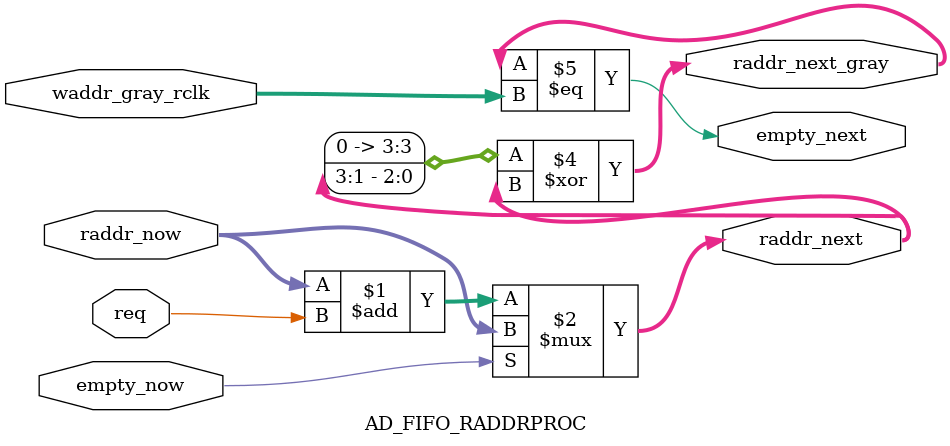
<source format=v>
module AD_FIFO
#(
   parameter DSIZE = 10,
	parameter ASIZE = 4
)    
(
    input wclk,rclk,rst,
    input rreq,wreq,    
    input [DSIZE-1:0] wdata,   
    output reg [MDSIZE-1:0] rdata,
    output reg empty
);
	localparam MDSIZE = DSIZE*2;
	localparam RAMDEPTH = 1 << ASIZE;
	
	wire [ASIZE:0] raddr_next, waddr_next;
	wire [ASIZE:0] raddr_next_gray, waddr_next_gray;
	wire full_next,empty_next;
	
	reg [ASIZE:0] raddr,waddr,full;
	reg [ASIZE:0] raddr_gray,waddr_gray;
	reg [ASIZE:0] _raddr_gray_wclk, _waddr_gray_rclk;
	reg [ASIZE:0] raddr_gray_wclk, waddr_gray_rclk;

	reg [MDSIZE-1:0] mem [RAMDEPTH-1:0];
	reg [DSIZE-1:0] tmp;
	reg sig;
	
	AD_FIFO_WADDRPROC #(ASIZE) waddrproc(
		.req(wreq),
		.full_now(full),
		.waddr_now(waddr),
		.waddr_now_gray(waddr_gray),
		.raddr_gray_wclk(raddr_gray_wclk),
		.waddr_next(waddr_next),
		.waddr_next_gray(waddr_next_gray),
		.full_next(full_next));
	
	AD_FIFO_RADDRPROC #(ASIZE) raddrproc(
		.req(rreq),
		.empty_now(empty),
		.raddr_now(raddr),
		.waddr_gray_rclk(waddr_gray_rclk),
		.raddr_next(raddr_next),
		.raddr_next_gray(raddr_next_gray),
		.empty_next(empty_next));
	
	always@(posedge wclk or negedge rst)
	if(!rst)
	begin
		waddr <= 0;
		waddr_gray <= 0;
		full <= 0;
		_raddr_gray_wclk <= 0;
		raddr_gray_wclk <= 0;
	end
	else
	begin
		if(sig)
		begin
			waddr <= waddr_next;
			full <= full_next;
			waddr_gray <= waddr_next_gray;
			if(wreq && !full)
				mem[waddr[ASIZE-1:0]] <= {tmp,wdata};
			{raddr_gray_wclk, _raddr_gray_wclk} <= {_raddr_gray_wclk, raddr_gray};
		end
	end
	
	
	always@(posedge wclk or negedge rst)
	if(!rst)
	begin
		sig <= 0;
		tmp <= 0;
	end
	else
	begin
		sig <= wreq ? ~sig : 1'b0;	
		tmp <= wreq ? wdata : {DSIZE{1'bx}};
	end
	
	
	always@(posedge rclk or negedge rst)
	begin
		if(!rst)
		begin
			raddr <= 0;
			rdata <= 0;
			empty <= 1;
			_waddr_gray_rclk <= 0;
			waddr_gray_rclk <= 0;
		end
		else
		begin
			raddr <= raddr_next;
			empty <= empty_next;
			raddr_gray <= raddr_next_gray;
			if(rreq && !empty)
			begin
				rdata <= mem[raddr[ASIZE-1:0]];
			end
			
			{waddr_gray_rclk, _waddr_gray_rclk} <= {_waddr_gray_rclk, waddr_gray};
		end
	end

endmodule

module AD_FIFO_WADDRPROC
 #(parameter ASIZE = 3)
(
	input req,full_now,
	input [ASIZE:0] waddr_now,waddr_now_gray,raddr_gray_wclk,
	output [ASIZE:0] waddr_next,waddr_next_gray,
	output full_next
);

	wire [ASIZE:0] next_gray;
	
	BinNext2Gray #(ASIZE+1) bin2gray(waddr_now, next_gray);
	
	assign waddr_next = full_now ? waddr_now : waddr_now + req;
	assign waddr_next_gray = (waddr_next >> 1'b1) ^ waddr_next;
	assign full_next = (waddr_next_gray == {~raddr_gray_wclk[ASIZE:ASIZE-1],raddr_gray_wclk[ASIZE-2:0]});
	
endmodule

module AD_FIFO_RADDRPROC
 #(parameter ASIZE = 3)
(
	input req,empty_now,
	input [ASIZE:0] raddr_now,waddr_gray_rclk,
	output [ASIZE:0] raddr_next,raddr_next_gray,
	output empty_next
);
	
	assign raddr_next = empty_now ? raddr_now : raddr_now + req;
	assign raddr_next_gray = (raddr_next >> 1'b1) ^ raddr_next;
	assign empty_next = (raddr_next_gray == waddr_gray_rclk);
	
endmodule

</source>
